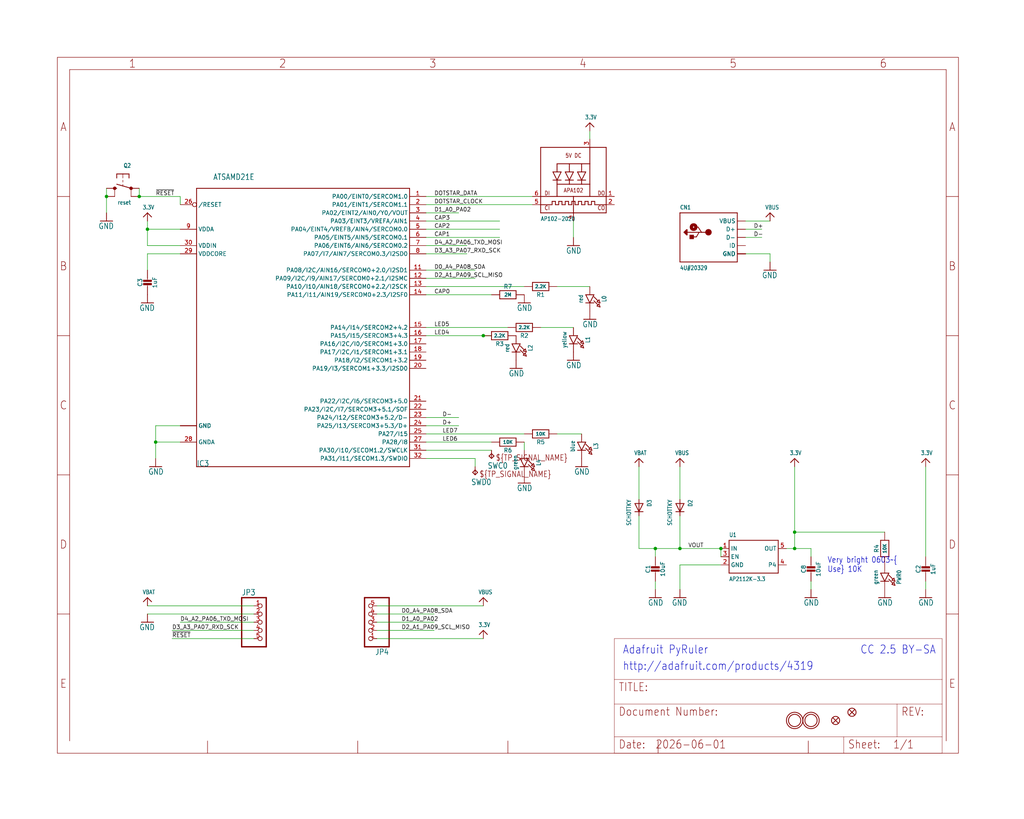
<source format=kicad_sch>
(kicad_sch (version 20230121) (generator eeschema)
  (paper "User" 317.5 254.127)
  (lib_symbols
    (symbol "working-eagle-import:3.3V" (power)
      (property "Value" "3.3V" (at -1.524 1.016 0))
      (symbol "3.3V_1_0"
        (polyline (pts (xy -1.27 -1.27) (xy 0 0)) (stroke (width 0.254)))
        (polyline (pts (xy 0 0) (xy 1.27 -1.27)) (stroke (width 0.254)))
        (pin power_in line (at 0 -2.54 90) (length 2.54) (name "3.3V") (number "1"))
      )
    )
    (symbol "working-eagle-import:APA1022020"
      (symbol "APA1022020_1_0"
        (polyline (pts (xy -10.16 -10.16) (xy 0 -10.16)) (stroke (width 0.254)))
        (polyline (pts (xy -10.16 -7.62) (xy -10.16 -10.16)) (stroke (width 0.254)))
        (polyline (pts (xy -10.16 -7.62) (xy -6.604 -7.62)) (stroke (width 0.254)))
        (polyline (pts (xy -10.16 -5.08) (xy -10.16 -7.62)) (stroke (width 0.254)))
        (polyline (pts (xy -10.16 10.16) (xy -10.16 -5.08)) (stroke (width 0.254)))
        (polyline (pts (xy -6.604 -7.62) (xy -6.604 -6.604)) (stroke (width 0.254)))
        (polyline (pts (xy -6.604 -6.604) (xy -5.588 -6.604)) (stroke (width 0.254)))
        (polyline (pts (xy -6.35 0) (xy -5.08 0)) (stroke (width 0.254)))
        (polyline (pts (xy -6.35 2.54) (xy -5.08 2.54)) (stroke (width 0.254)))
        (polyline (pts (xy -5.588 -7.62) (xy -4.572 -7.62)) (stroke (width 0.254)))
        (polyline (pts (xy -5.588 -6.604) (xy -5.588 -7.62)) (stroke (width 0.254)))
        (polyline (pts (xy -5.08 -5.08) (xy -10.16 -5.08)) (stroke (width 0.254)))
        (polyline (pts (xy -5.08 -5.08) (xy 0 -5.08)) (stroke (width 0.254)))
        (polyline (pts (xy -5.08 -1.27) (xy -5.08 -5.08)) (stroke (width 0.254)))
        (polyline (pts (xy -5.08 0) (xy -6.35 2.54)) (stroke (width 0.254)))
        (polyline (pts (xy -5.08 0) (xy -5.08 -1.27)) (stroke (width 0.254)))
        (polyline (pts (xy -5.08 0) (xy -3.81 2.54)) (stroke (width 0.254)))
        (polyline (pts (xy -5.08 2.54) (xy -3.81 2.54)) (stroke (width 0.254)))
        (polyline (pts (xy -5.08 5.08) (xy -5.08 2.54)) (stroke (width 0.254)))
        (polyline (pts (xy -4.572 -7.62) (xy -4.572 -6.604)) (stroke (width 0.254)))
        (polyline (pts (xy -4.572 -6.604) (xy -3.556 -6.604)) (stroke (width 0.254)))
        (polyline (pts (xy -3.81 0) (xy -5.08 0)) (stroke (width 0.254)))
        (polyline (pts (xy -3.556 -7.62) (xy -2.54 -7.62)) (stroke (width 0.254)))
        (polyline (pts (xy -3.556 -6.604) (xy -3.556 -7.62)) (stroke (width 0.254)))
        (polyline (pts (xy -2.54 -7.62) (xy -2.54 -6.604)) (stroke (width 0.254)))
        (polyline (pts (xy -2.54 -6.604) (xy -1.524 -6.604)) (stroke (width 0.254)))
        (polyline (pts (xy -2.54 0) (xy -1.27 0)) (stroke (width 0.254)))
        (polyline (pts (xy -2.54 2.54) (xy 0 2.54)) (stroke (width 0.254)))
        (polyline (pts (xy -1.524 -7.62) (xy -0.508 -7.62)) (stroke (width 0.254)))
        (polyline (pts (xy -1.524 -6.604) (xy -1.524 -7.62)) (stroke (width 0.254)))
        (polyline (pts (xy -1.27 -1.27) (xy -5.08 -1.27)) (stroke (width 0.254)))
        (polyline (pts (xy -1.27 0) (xy -2.54 2.54)) (stroke (width 0.254)))
        (polyline (pts (xy -1.27 0) (xy -1.27 -1.27)) (stroke (width 0.254)))
        (polyline (pts (xy -1.27 0) (xy 0 0)) (stroke (width 0.254)))
        (polyline (pts (xy -1.27 2.54) (xy -1.27 5.08)) (stroke (width 0.254)))
        (polyline (pts (xy -1.27 5.08) (xy -5.08 5.08)) (stroke (width 0.254)))
        (polyline (pts (xy -0.508 -7.62) (xy -0.508 -6.604)) (stroke (width 0.254)))
        (polyline (pts (xy -0.508 -6.604) (xy 0.508 -6.604)) (stroke (width 0.254)))
        (polyline (pts (xy 0 -10.16) (xy 10.16 -10.16)) (stroke (width 0.254)))
        (polyline (pts (xy 0 -5.08) (xy 0 -10.16)) (stroke (width 0.254)))
        (polyline (pts (xy 0 -5.08) (xy 5.08 -5.08)) (stroke (width 0.254)))
        (polyline (pts (xy 0 2.54) (xy -1.27 0)) (stroke (width 0.254)))
        (polyline (pts (xy 0.508 -7.62) (xy 1.524 -7.62)) (stroke (width 0.254)))
        (polyline (pts (xy 0.508 -6.604) (xy 0.508 -7.62)) (stroke (width 0.254)))
        (polyline (pts (xy 1.27 2.54) (xy 2.54 0)) (stroke (width 0.254)))
        (polyline (pts (xy 1.27 2.54) (xy 2.54 2.54)) (stroke (width 0.254)))
        (polyline (pts (xy 1.524 -7.62) (xy 1.524 -6.604)) (stroke (width 0.254)))
        (polyline (pts (xy 1.524 -6.604) (xy 2.54 -6.604)) (stroke (width 0.254)))
        (polyline (pts (xy 2.54 -7.62) (xy 3.556 -7.62)) (stroke (width 0.254)))
        (polyline (pts (xy 2.54 -6.604) (xy 2.54 -7.62)) (stroke (width 0.254)))
        (polyline (pts (xy 2.54 -1.27) (xy -1.27 -1.27)) (stroke (width 0.254)))
        (polyline (pts (xy 2.54 0) (xy 1.27 0)) (stroke (width 0.254)))
        (polyline (pts (xy 2.54 0) (xy 2.54 -1.27)) (stroke (width 0.254)))
        (polyline (pts (xy 2.54 0) (xy 3.81 0)) (stroke (width 0.254)))
        (polyline (pts (xy 2.54 0) (xy 3.81 2.54)) (stroke (width 0.254)))
        (polyline (pts (xy 2.54 2.54) (xy 2.54 5.08)) (stroke (width 0.254)))
        (polyline (pts (xy 2.54 5.08) (xy -1.27 5.08)) (stroke (width 0.254)))
        (polyline (pts (xy 2.54 5.08) (xy 5.08 5.08)) (stroke (width 0.254)))
        (polyline (pts (xy 3.556 -7.62) (xy 3.556 -6.604)) (stroke (width 0.254)))
        (polyline (pts (xy 3.556 -6.604) (xy 4.572 -6.604)) (stroke (width 0.254)))
        (polyline (pts (xy 3.81 2.54) (xy 2.54 2.54)) (stroke (width 0.254)))
        (polyline (pts (xy 4.572 -7.62) (xy 5.588 -7.62)) (stroke (width 0.254)))
        (polyline (pts (xy 4.572 -6.604) (xy 4.572 -7.62)) (stroke (width 0.254)))
        (polyline (pts (xy 5.08 -5.08) (xy 5.08 -1.27)) (stroke (width 0.254)))
        (polyline (pts (xy 5.08 -5.08) (xy 10.16 -5.08)) (stroke (width 0.254)))
        (polyline (pts (xy 5.08 -1.27) (xy 2.54 -1.27)) (stroke (width 0.254)))
        (polyline (pts (xy 5.08 5.08) (xy 5.08 -1.27)) (stroke (width 0.254)))
        (polyline (pts (xy 5.08 10.16) (xy -10.16 10.16)) (stroke (width 0.254)))
        (polyline (pts (xy 5.08 10.16) (xy 5.08 5.08)) (stroke (width 0.254)))
        (polyline (pts (xy 5.588 -7.62) (xy 5.588 -6.604)) (stroke (width 0.254)))
        (polyline (pts (xy 5.588 -6.604) (xy 6.604 -6.604)) (stroke (width 0.254)))
        (polyline (pts (xy 6.604 -7.62) (xy 10.16 -7.62)) (stroke (width 0.254)))
        (polyline (pts (xy 6.604 -6.604) (xy 6.604 -7.62)) (stroke (width 0.254)))
        (polyline (pts (xy 10.16 -10.16) (xy 10.16 -7.62)) (stroke (width 0.254)))
        (polyline (pts (xy 10.16 -7.62) (xy 10.16 -5.08)) (stroke (width 0.254)))
        (polyline (pts (xy 10.16 -5.08) (xy 10.16 10.16)) (stroke (width 0.254)))
        (polyline (pts (xy 10.16 10.16) (xy 5.08 10.16)) (stroke (width 0.254)))
        (text "5V DC" (at 0 7.62 0) (effects (font (size 1.27 1.0795))))
        (text "APA102" (at 0 -3.175 0) (effects (font (size 1.27 1.0795))))
        (text "CI" (at -8.128 -8.636 0) (effects (font (size 1.27 1.0795))))
        (text "CO" (at 8.636 -8.636 0) (effects (font (size 1.27 1.0795))))
        (text "DI" (at -8.128 -4.064 0) (effects (font (size 1.27 1.0795))))
        (text "DO" (at 8.636 -4.064 0) (effects (font (size 1.27 1.0795))))
        (pin output line (at 12.7 -5.08 180) (length 2.54) (name "DO") (number "1"))
        (pin output line (at 12.7 -7.62 180) (length 2.54) (name "CKO") (number "2"))
        (pin power_in line (at 5.08 12.7 270) (length 2.54) (name "VDD") (number "3"))
        (pin power_in line (at 0 -12.7 90) (length 2.54) (name "GND") (number "4"))
        (pin input line (at -12.7 -7.62 0) (length 2.54) (name "CKI") (number "5"))
        (pin input line (at -12.7 -5.08 0) (length 2.54) (name "DI") (number "6"))
      )
    )
    (symbol "working-eagle-import:ATSAMD21E"
      (property "Reference" "IC" (at -35.56 -43.18 0))
      (symbol "ATSAMD21E_1_0"
        (polyline (pts (xy -35.56 -43.18) (xy -35.56 43.18)) (stroke (width 0.254)))
        (polyline (pts (xy -35.56 43.18) (xy 30.48 43.18)) (stroke (width 0.254)))
        (polyline (pts (xy 30.48 -43.18) (xy -35.56 -43.18)) (stroke (width 0.254)))
        (polyline (pts (xy 30.48 43.18) (xy 30.48 -43.18)) (stroke (width 0.254)))
        (pin bidirectional line (at 35.56 40.64 180) (length 5.08) (name "PA00/EINT0/SERCOM1.0") (number "1"))
        (pin power_in line (at -40.64 -30.48 0) (length 5.08) (name "GND") (number "10"))
        (pin bidirectional line (at 35.56 17.78 180) (length 5.08) (name "PA08/I2C/AIN16/SERCOM0+2.0/I2SD1") (number "11"))
        (pin bidirectional line (at 35.56 15.24 180) (length 5.08) (name "PA09/I2C/I9/AIN17/SERCOM0+2.1/I2SMC") (number "12"))
        (pin bidirectional line (at 35.56 12.7 180) (length 5.08) (name "PA10/I10/AIN18/SERCOM0+2.2/I2SCK") (number "13"))
        (pin bidirectional line (at 35.56 10.16 180) (length 5.08) (name "PA11/I11/AIN19/SERCOM0+2.3/I2SF0") (number "14"))
        (pin bidirectional line (at 35.56 0 180) (length 5.08) (name "PA14/I14/SERCOM2+4.2") (number "15"))
        (pin bidirectional line (at 35.56 -2.54 180) (length 5.08) (name "PA15/I15/SERCOM3+4.3") (number "16"))
        (pin bidirectional line (at 35.56 -5.08 180) (length 5.08) (name "PA16/I2C/I0/SERCOM1+3.0") (number "17"))
        (pin bidirectional line (at 35.56 -7.62 180) (length 5.08) (name "PA17/I2C/I1/SERCOM1+3.1") (number "18"))
        (pin bidirectional line (at 35.56 -10.16 180) (length 5.08) (name "PA18/I2/SERCOM1+3.2") (number "19"))
        (pin bidirectional line (at 35.56 38.1 180) (length 5.08) (name "PA01/EINT1/SERCOM1.1") (number "2"))
        (pin bidirectional line (at 35.56 -12.7 180) (length 5.08) (name "PA19/I3/SERCOM1+3.3/I2SD0") (number "20"))
        (pin bidirectional line (at 35.56 -22.86 180) (length 5.08) (name "PA22/I2C/I6/SERCOM3+5.0") (number "21"))
        (pin bidirectional line (at 35.56 -25.4 180) (length 5.08) (name "PA23/I2C/I7/SERCOM3+5.1/SOF") (number "22"))
        (pin bidirectional line (at 35.56 -27.94 180) (length 5.08) (name "PA24/I12/SERCOM3+5.2/D-") (number "23"))
        (pin bidirectional line (at 35.56 -30.48 180) (length 5.08) (name "PA25/I13/SERCOM3+5.3/D+") (number "24"))
        (pin bidirectional line (at 35.56 -33.02 180) (length 5.08) (name "PA27/I15") (number "25"))
        (pin bidirectional inverted (at -40.64 38.1 0) (length 5.08) (name "/RESET") (number "26"))
        (pin bidirectional line (at 35.56 -35.56 180) (length 5.08) (name "PA28/I8") (number "27"))
        (pin power_in line (at -40.64 -35.56 0) (length 5.08) (name "GNDA") (number "28"))
        (pin power_in line (at -40.64 22.86 0) (length 5.08) (name "VDDCORE") (number "29"))
        (pin bidirectional line (at 35.56 35.56 180) (length 5.08) (name "PA02/EINT2/AIN0/Y0/VOUT") (number "3"))
        (pin power_in line (at -40.64 25.4 0) (length 5.08) (name "VDDIN") (number "30"))
        (pin bidirectional line (at 35.56 -38.1 180) (length 5.08) (name "PA30/I10/SECOM1.2/SWCLK") (number "31"))
        (pin bidirectional line (at 35.56 -40.64 180) (length 5.08) (name "PA31/I11/SECOM1.3/SWDIO") (number "32"))
        (pin power_in line (at -40.64 -30.48 0) (length 5.08) (name "GND") (number "33"))
        (pin bidirectional line (at 35.56 33.02 180) (length 5.08) (name "PA03/EINT3/VREFA/AIN1") (number "4"))
        (pin bidirectional line (at 35.56 30.48 180) (length 5.08) (name "PA04/EINT4/VREFB/AIN4/SERCOM0.0") (number "5"))
        (pin bidirectional line (at 35.56 27.94 180) (length 5.08) (name "PA05/EINT5/AIN5/SERCOM0.1") (number "6"))
        (pin bidirectional line (at 35.56 25.4 180) (length 5.08) (name "PA06/EINT6/AIN6/SERCOM0.2") (number "7"))
        (pin bidirectional line (at 35.56 22.86 180) (length 5.08) (name "PA07/I7/AIN7/SERCOM0.3/I2SD0") (number "8"))
        (pin power_in line (at -40.64 30.48 0) (length 5.08) (name "VDDA") (number "9"))
      )
    )
    (symbol "working-eagle-import:CAP_CERAMIC0603_NO"
      (property "Reference" "C" (at -2.29 1.25 90))
      (symbol "CAP_CERAMIC0603_NO_1_0"
        (rectangle (start -1.27 0.508) (end 1.27 1.016) (fill (type outline)))
        (rectangle (start -1.27 1.524) (end 1.27 2.032) (fill (type outline)))
        (polyline (pts (xy 0 0.762) (xy 0 0)) (stroke (width 0.1524)))
        (polyline (pts (xy 0 2.54) (xy 0 1.778)) (stroke (width 0.1524)))
        (pin passive line (at 0 5.08 270) (length 2.54) (name "1") (number "1"))
        (pin passive line (at 0 -2.54 90) (length 2.54) (name "2") (number "2"))
      )
    )
    (symbol "working-eagle-import:CAP_CERAMIC0805-NOOUTLINE"
      (property "Reference" "C" (at -2.29 1.25 90))
      (symbol "CAP_CERAMIC0805-NOOUTLINE_1_0"
        (rectangle (start -1.27 0.508) (end 1.27 1.016) (fill (type outline)))
        (rectangle (start -1.27 1.524) (end 1.27 2.032) (fill (type outline)))
        (polyline (pts (xy 0 0.762) (xy 0 0)) (stroke (width 0.1524)))
        (polyline (pts (xy 0 2.54) (xy 0 1.778)) (stroke (width 0.1524)))
        (pin passive line (at 0 5.08 270) (length 2.54) (name "1") (number "1"))
        (pin passive line (at 0 -2.54 90) (length 2.54) (name "2") (number "2"))
      )
    )
    (symbol "working-eagle-import:DIODE_SOD-123FL"
      (property "Reference" "D" (at -2.54 2.54 0))
      (symbol "DIODE_SOD-123FL_1_0"
        (polyline (pts (xy -1.27 -1.27) (xy 1.27 0)) (stroke (width 0.254)))
        (polyline (pts (xy -1.27 1.27) (xy -1.27 -1.27)) (stroke (width 0.254)))
        (polyline (pts (xy 1.27 0) (xy -1.27 1.27)) (stroke (width 0.254)))
        (polyline (pts (xy 1.27 0) (xy 1.27 -1.27)) (stroke (width 0.254)))
        (polyline (pts (xy 1.27 1.27) (xy 1.27 0)) (stroke (width 0.254)))
        (pin passive line (at -2.54 0 0) (length 2.54) (name "A") (number "A"))
        (pin passive line (at 2.54 0 180) (length 2.54) (name "C") (number "C"))
      )
    )
    (symbol "working-eagle-import:FIDUCIAL_1MM"
      (symbol "FIDUCIAL_1MM_1_0"
        (polyline (pts (xy -0.762 0.762) (xy 0.762 -0.762)) (stroke (width 0.254)))
        (polyline (pts (xy 0.762 0.762) (xy -0.762 -0.762)) (stroke (width 0.254)))
        (circle (center 0 0) (radius 1.27) (stroke (width 0.254)))
      )
    )
    (symbol "working-eagle-import:FRAME_A_L"
      (symbol "FRAME_A_L_1_0"
        (polyline (pts (xy 0 43.18) (xy 3.81 43.18)))
        (polyline (pts (xy 0 86.36) (xy 3.81 86.36)))
        (polyline (pts (xy 0 129.54) (xy 3.81 129.54)))
        (polyline (pts (xy 0 172.72) (xy 3.81 172.72)))
        (polyline (pts (xy 3.81 3.81) (xy 3.81 212.09)))
        (polyline (pts (xy 46.5667 0) (xy 46.5667 3.81)))
        (polyline (pts (xy 93.1333 0) (xy 93.1333 3.81)))
        (polyline (pts (xy 139.7 0) (xy 139.7 3.81)))
        (polyline (pts (xy 186.2667 0) (xy 186.2667 3.81)))
        (polyline (pts (xy 232.8333 0) (xy 232.8333 3.81)))
        (polyline (pts (xy 275.59 3.81) (xy 275.59 212.09)))
        (polyline (pts (xy 275.59 43.18) (xy 279.4 43.18)))
        (polyline (pts (xy 275.59 86.36) (xy 279.4 86.36)))
        (polyline (pts (xy 275.59 129.54) (xy 279.4 129.54)))
        (polyline (pts (xy 275.59 172.72) (xy 279.4 172.72)))
        (polyline (pts (xy 275.59 212.09) (xy 3.81 212.09)))
        (polyline (pts (xy 0 0) (xy 279.4 0) (xy 279.4 215.9) (xy 0 215.9) (xy 0 0)))
        (text "1" (at 23.2833 213.995 0) (effects (font (size 2.54 2.286))))
        (text "2" (at 69.85 213.995 0) (effects (font (size 2.54 2.286))))
        (text "3" (at 116.4167 213.995 0) (effects (font (size 2.54 2.286))))
        (text "4" (at 162.9833 213.995 0) (effects (font (size 2.54 2.286))))
        (text "5" (at 209.55 213.995 0) (effects (font (size 2.54 2.286))))
        (text "6" (at 256.1167 213.995 0) (effects (font (size 2.54 2.286))))
        (text "A" (at 1.905 194.31 0) (effects (font (size 2.54 2.286))))
        (text "A" (at 277.495 194.31 0) (effects (font (size 2.54 2.286))))
        (text "B" (at 1.905 151.13 0) (effects (font (size 2.54 2.286))))
        (text "B" (at 277.495 151.13 0) (effects (font (size 2.54 2.286))))
        (text "C" (at 1.905 107.95 0) (effects (font (size 2.54 2.286))))
        (text "C" (at 277.495 107.95 0) (effects (font (size 2.54 2.286))))
        (text "D" (at 1.905 64.77 0) (effects (font (size 2.54 2.286))))
        (text "D" (at 277.495 64.77 0) (effects (font (size 2.54 2.286))))
        (text "E" (at 1.905 21.59 0) (effects (font (size 2.54 2.286))))
        (text "E" (at 277.495 21.59 0) (effects (font (size 2.54 2.286))))
      )
      (symbol "FRAME_A_L_2_0"
        (polyline (pts (xy 0 0) (xy 0 5.08)) (stroke (width 0.1016)))
        (polyline (pts (xy 0 0) (xy 71.12 0)) (stroke (width 0.1016)))
        (polyline (pts (xy 0 5.08) (xy 0 15.24)) (stroke (width 0.1016)))
        (polyline (pts (xy 0 5.08) (xy 71.12 5.08)) (stroke (width 0.1016)))
        (polyline (pts (xy 0 15.24) (xy 0 22.86)) (stroke (width 0.1016)))
        (polyline (pts (xy 0 22.86) (xy 0 35.56)) (stroke (width 0.1016)))
        (polyline (pts (xy 0 22.86) (xy 101.6 22.86)) (stroke (width 0.1016)))
        (polyline (pts (xy 71.12 0) (xy 101.6 0)) (stroke (width 0.1016)))
        (polyline (pts (xy 71.12 5.08) (xy 71.12 0)) (stroke (width 0.1016)))
        (polyline (pts (xy 71.12 5.08) (xy 87.63 5.08)) (stroke (width 0.1016)))
        (polyline (pts (xy 87.63 5.08) (xy 101.6 5.08)) (stroke (width 0.1016)))
        (polyline (pts (xy 87.63 15.24) (xy 0 15.24)) (stroke (width 0.1016)))
        (polyline (pts (xy 87.63 15.24) (xy 87.63 5.08)) (stroke (width 0.1016)))
        (polyline (pts (xy 101.6 5.08) (xy 101.6 0)) (stroke (width 0.1016)))
        (polyline (pts (xy 101.6 15.24) (xy 87.63 15.24)) (stroke (width 0.1016)))
        (polyline (pts (xy 101.6 15.24) (xy 101.6 5.08)) (stroke (width 0.1016)))
        (polyline (pts (xy 101.6 22.86) (xy 101.6 15.24)) (stroke (width 0.1016)))
        (polyline (pts (xy 101.6 35.56) (xy 0 35.56)) (stroke (width 0.1016)))
        (polyline (pts (xy 101.6 35.56) (xy 101.6 22.86)) (stroke (width 0.1016)))
        (text "${#}/${##}" (at 86.36 1.27 0) (effects (font (size 2.54 2.159)) (justify left bottom)))
        (text "${CURRENT_DATE}" (at 12.7 1.27 0) (effects (font (size 2.54 2.159)) (justify left bottom)))
        (text "${PROJECTNAME}" (at 17.78 19.05 0) (effects (font (size 2.54 2.159)) (justify left bottom)))
        (text "Date:" (at 1.27 1.27 0) (effects (font (size 2.54 2.159)) (justify left bottom)))
        (text "Document Number:" (at 1.27 11.43 0) (effects (font (size 2.54 2.159)) (justify left bottom)))
        (text "REV:" (at 88.9 11.43 0) (effects (font (size 2.54 2.159)) (justify left bottom)))
        (text "Sheet:" (at 72.39 1.27 0) (effects (font (size 2.54 2.159)) (justify left bottom)))
        (text "TITLE:" (at 1.27 19.05 0) (effects (font (size 2.54 2.159)) (justify left bottom)))
      )
    )
    (symbol "working-eagle-import:GND" (power)
      (property "Value" "GND" (at -2.54 -2.54 0))
      (symbol "GND_1_0"
        (polyline (pts (xy -1.905 0) (xy 1.905 0)) (stroke (width 0.254)))
        (pin power_in line (at 0 2.54 270) (length 2.54) (name "GND") (number "1"))
      )
    )
    (symbol "working-eagle-import:HEADER-1X570MIL"
      (property "Reference" "JP" (at -6.35 8.255 0))
      (symbol "HEADER-1X570MIL_1_0"
        (polyline (pts (xy -6.35 -7.62) (xy 1.27 -7.62)) (stroke (width 0.4064)))
        (polyline (pts (xy -6.35 7.62) (xy -6.35 -7.62)) (stroke (width 0.4064)))
        (polyline (pts (xy 1.27 -7.62) (xy 1.27 7.62)) (stroke (width 0.4064)))
        (polyline (pts (xy 1.27 7.62) (xy -6.35 7.62)) (stroke (width 0.4064)))
        (pin passive inverted (at -2.54 5.08 0) (length 2.54) (name "1") (number "1"))
        (pin passive inverted (at -2.54 2.54 0) (length 2.54) (name "2") (number "2"))
        (pin passive inverted (at -2.54 0 0) (length 2.54) (name "3") (number "3"))
        (pin passive inverted (at -2.54 -2.54 0) (length 2.54) (name "4") (number "4"))
        (pin passive inverted (at -2.54 -5.08 0) (length 2.54) (name "5") (number "5"))
      )
    )
    (symbol "working-eagle-import:LED0603_NOOUTLINE"
      (property "Reference" "D" (at -1.27 4.445 0))
      (symbol "LED0603_NOOUTLINE_1_0"
        (polyline (pts (xy -2.54 -1.27) (xy 0 0)) (stroke (width 0.254)))
        (polyline (pts (xy -2.54 1.27) (xy -2.54 -1.27)) (stroke (width 0.254)))
        (polyline (pts (xy -1.905 1.27) (xy -0.635 2.54)) (stroke (width 0.254)))
        (polyline (pts (xy -0.9525 2.8575) (xy -0.3175 2.2225)) (stroke (width 0.254)))
        (polyline (pts (xy -0.635 1.27) (xy 0.635 2.54)) (stroke (width 0.254)))
        (polyline (pts (xy -0.3175 2.2225) (xy 0 3.175)) (stroke (width 0.254)))
        (polyline (pts (xy 0 0) (xy -2.54 1.27)) (stroke (width 0.254)))
        (polyline (pts (xy 0 0) (xy 0 -1.27)) (stroke (width 0.254)))
        (polyline (pts (xy 0 1.27) (xy 0 0)) (stroke (width 0.254)))
        (polyline (pts (xy 0 3.175) (xy -0.9525 2.8575)) (stroke (width 0.254)))
        (polyline (pts (xy 0.3175 2.8575) (xy 0.9525 2.2225)) (stroke (width 0.254)))
        (polyline (pts (xy 0.9525 2.2225) (xy 1.27 3.175)) (stroke (width 0.254)))
        (polyline (pts (xy 1.27 3.175) (xy 0.3175 2.8575)) (stroke (width 0.254)))
        (pin passive line (at -5.08 0 0) (length 2.54) (name "A") (number "A"))
        (pin passive line (at 2.54 0 180) (length 2.54) (name "C") (number "C"))
      )
    )
    (symbol "working-eagle-import:MOUNTINGHOLE2.0"
      (symbol "MOUNTINGHOLE2.0_1_0"
        (circle (center 0 0) (radius 1.905) (stroke (width 0.254)))
        (circle (center 0 0) (radius 2.54) (stroke (width 0.254)))
      )
    )
    (symbol "working-eagle-import:RESISTOR_0603_NOOUT"
      (property "Reference" "R" (at 0 2.54 0))
      (symbol "RESISTOR_0603_NOOUT_1_0"
        (polyline (pts (xy -2.54 -1.27) (xy -2.54 1.27)) (stroke (width 0.254)))
        (polyline (pts (xy -2.54 1.27) (xy 2.54 1.27)) (stroke (width 0.254)))
        (polyline (pts (xy 2.54 -1.27) (xy -2.54 -1.27)) (stroke (width 0.254)))
        (polyline (pts (xy 2.54 1.27) (xy 2.54 -1.27)) (stroke (width 0.254)))
        (pin passive line (at -5.08 0 0) (length 2.54) (name "1") (number "1"))
        (pin passive line (at 5.08 0 180) (length 2.54) (name "2") (number "2"))
      )
    )
    (symbol "working-eagle-import:SWITCH_TACT_SMT4.6X2.8"
      (property "Reference" "SW" (at -2.54 6.35 0))
      (symbol "SWITCH_TACT_SMT4.6X2.8_1_0"
        (circle (center -2.54 0) (radius 0.127) (stroke (width 0.4064)))
        (polyline (pts (xy -2.54 -2.54) (xy -2.54 0)) (stroke (width 0.1524)))
        (polyline (pts (xy -2.54 0) (xy 1.905 1.27)) (stroke (width 0.254)))
        (polyline (pts (xy -1.905 4.445) (xy -1.905 3.175)) (stroke (width 0.254)))
        (polyline (pts (xy 0 1.27) (xy 0 0.635)) (stroke (width 0.1524)))
        (polyline (pts (xy 0 2.54) (xy 0 1.905)) (stroke (width 0.1524)))
        (polyline (pts (xy 0 4.445) (xy -1.905 4.445)) (stroke (width 0.254)))
        (polyline (pts (xy 0 4.445) (xy 0 3.175)) (stroke (width 0.1524)))
        (polyline (pts (xy 1.905 0) (xy 2.54 0)) (stroke (width 0.254)))
        (polyline (pts (xy 1.905 4.445) (xy 0 4.445)) (stroke (width 0.254)))
        (polyline (pts (xy 1.905 4.445) (xy 1.905 3.175)) (stroke (width 0.254)))
        (polyline (pts (xy 2.54 -2.54) (xy 2.54 0)) (stroke (width 0.1524)))
        (circle (center 2.54 0) (radius 0.127) (stroke (width 0.4064)))
        (pin passive line (at -5.08 0 0) (length 2.54) (name "P") (number "A"))
        (pin passive line (at -5.08 -2.54 0) (length 2.54) (name "P1") (number "A'"))
        (pin passive line (at 5.08 0 180) (length 2.54) (name "S") (number "B"))
        (pin passive line (at 5.08 -2.54 180) (length 2.54) (name "S1") (number "B'"))
      )
    )
    (symbol "working-eagle-import:TPB1,27"
      (property "Reference" "TP" (at -1.27 1.27 0))
      (symbol "TPB1,27_1_0"
        (polyline (pts (xy -0.762 -0.762) (xy 0 0)) (stroke (width 0.254)))
        (polyline (pts (xy 0 -1.524) (xy -0.762 -0.762)) (stroke (width 0.254)))
        (polyline (pts (xy 0 0) (xy 0.762 -0.762)) (stroke (width 0.254)))
        (polyline (pts (xy 0.762 -0.762) (xy 0 -1.524)) (stroke (width 0.254)))
        (text "${TP_SIGNAL_NAME}" (at 1.27 -1.27 0) (effects (font (size 1.778 1.5113)) (justify left bottom)))
        (pin input line (at 0 -2.54 90) (length 2.54) (name "TP") (number "TP"))
      )
    )
    (symbol "working-eagle-import:USB_MICRO_NARROW"
      (property "Reference" "X" (at -10.16 8.636 0))
      (symbol "USB_MICRO_NARROW_1_0"
        (rectangle (start -7.12 -0.45) (end -5.92 0.75) (fill (type outline)))
        (circle (center -5.92 3.2) (radius 0.2) (stroke (width 1)))
        (circle (center -1.32 1.6) (radius 0.5) (stroke (width 1)))
        (polyline (pts (xy -10.2 7.62) (xy -10.16 7.62)) (stroke (width 0.254)))
        (polyline (pts (xy -10.16 -7.62) (xy 7.62 -7.62)) (stroke (width 0.254)))
        (polyline (pts (xy -10.16 7.62) (xy -10.16 -7.62)) (stroke (width 0.254)))
        (polyline (pts (xy -10.16 7.62) (xy 7.62 7.62)) (stroke (width 0.254)))
        (polyline (pts (xy -8.92 1.6) (xy -8.12 2.4)) (stroke (width 0.254)))
        (polyline (pts (xy -8.52 1.4) (xy -8.32 1.2)) (stroke (width 0.254)))
        (polyline (pts (xy -8.52 1.6) (xy -8.52 1.4)) (stroke (width 0.254)))
        (polyline (pts (xy -8.32 1.2) (xy -8.32 2)) (stroke (width 0.254)))
        (polyline (pts (xy -8.32 2) (xy -8.72 1.6)) (stroke (width 0.254)))
        (polyline (pts (xy -8.12 0.8) (xy -8.92 1.6)) (stroke (width 0.254)))
        (polyline (pts (xy -8.12 1) (xy -8.12 2.4)) (stroke (width 0.254)))
        (polyline (pts (xy -8.12 2.4) (xy -7.92 2.4)) (stroke (width 0.254)))
        (polyline (pts (xy -7.92 0.8) (xy -8.12 0.8)) (stroke (width 0.254)))
        (polyline (pts (xy -7.92 1.6) (xy -7.92 0.8)) (stroke (width 0.254)))
        (polyline (pts (xy -7.92 2.4) (xy -7.92 1.6)) (stroke (width 0.254)))
        (polyline (pts (xy -6.27 0.15) (xy -5.07 0.15)) (stroke (width 0.254)))
        (polyline (pts (xy -5.52 3.2) (xy -4.52 3.2)) (stroke (width 0.254)))
        (polyline (pts (xy -5.07 0.15) (xy -4.22 1.6)) (stroke (width 0.254)))
        (polyline (pts (xy -4.52 3.2) (xy -3.47 1.6)) (stroke (width 0.254)))
        (polyline (pts (xy -4.22 1.6) (xy -7.92 1.6)) (stroke (width 0.254)))
        (polyline (pts (xy -3.47 1.6) (xy -4.22 1.6)) (stroke (width 0.254)))
        (polyline (pts (xy -1.32 1.6) (xy -3.47 1.6)) (stroke (width 0.254)))
        (polyline (pts (xy 7.62 7.62) (xy 7.62 -7.62)) (stroke (width 0.254)))
        (pin power_in line (at 10.16 -5.08 180) (length 2.54) (name "GND") (number "BASE@1"))
        (pin power_in line (at 10.16 -5.08 180) (length 2.54) (name "GND") (number "BASE@2"))
        (pin bidirectional line (at 10.16 2.54 180) (length 2.54) (name "D+") (number "D+"))
        (pin bidirectional line (at 10.16 0 180) (length 2.54) (name "D-") (number "D-"))
        (pin power_in line (at 10.16 -5.08 180) (length 2.54) (name "GND") (number "GND"))
        (pin bidirectional line (at 10.16 -2.54 180) (length 2.54) (name "ID") (number "ID"))
        (pin power_in line (at 10.16 -5.08 180) (length 2.54) (name "GND") (number "SPRT@1"))
        (pin power_in line (at 10.16 -5.08 180) (length 2.54) (name "GND") (number "SPRT@2"))
        (pin power_in line (at 10.16 -5.08 180) (length 2.54) (name "GND") (number "SPRT@3"))
        (pin power_in line (at 10.16 -5.08 180) (length 2.54) (name "GND") (number "SPRT@4"))
        (pin power_in line (at 10.16 5.08 180) (length 2.54) (name "VBUS") (number "VBUS"))
      )
    )
    (symbol "working-eagle-import:VBAT" (power)
      (property "Value" "VBAT" (at -1.524 1.016 0))
      (symbol "VBAT_1_0"
        (polyline (pts (xy -1.27 -1.27) (xy 0 0)) (stroke (width 0.254)))
        (polyline (pts (xy 0 0) (xy 1.27 -1.27)) (stroke (width 0.254)))
        (pin power_in line (at 0 -2.54 90) (length 2.54) (name "VBAT") (number "1"))
      )
    )
    (symbol "working-eagle-import:VBUS" (power)
      (property "Value" "VBUS" (at -1.524 1.016 0))
      (symbol "VBUS_1_0"
        (polyline (pts (xy -1.27 -1.27) (xy 0 0)) (stroke (width 0.254)))
        (polyline (pts (xy 0 0) (xy 1.27 -1.27)) (stroke (width 0.254)))
        (pin power_in line (at 0 -2.54 90) (length 2.54) (name "VBUS") (number "1"))
      )
    )
    (symbol "working-eagle-import:VREG_SOT23-5"
      (property "Reference" "U" (at -7.62 6.096 0))
      (symbol "VREG_SOT23-5_1_0"
        (polyline (pts (xy -7.62 -5.08) (xy -7.62 5.08)) (stroke (width 0.254)))
        (polyline (pts (xy -7.62 5.08) (xy 7.62 5.08)) (stroke (width 0.254)))
        (polyline (pts (xy 7.62 -5.08) (xy -7.62 -5.08)) (stroke (width 0.254)))
        (polyline (pts (xy 7.62 5.08) (xy 7.62 -5.08)) (stroke (width 0.254)))
        (pin power_in line (at -10.16 2.54 0) (length 2.54) (name "IN") (number "1"))
        (pin power_in line (at -10.16 -2.54 0) (length 2.54) (name "GND") (number "2"))
        (pin input line (at -10.16 0 0) (length 2.54) (name "EN") (number "3"))
        (pin bidirectional line (at 10.16 -2.54 180) (length 2.54) (name "P4") (number "4"))
        (pin power_in line (at 10.16 2.54 180) (length 2.54) (name "OUT") (number "5"))
      )
    )
  )
  (junction (at 33.02 60.96))
  (junction (at 223.52 170.18))
  (junction (at 45.72 71.12))
  (junction (at 43.18 60.96))
  (junction (at 246.38 170.18))
  (junction (at 203.2 170.18))
  (junction (at 149.86 104.14))
  (junction (at 48.26 137.16))
  (junction (at 210.82 170.18))
  (junction (at 246.38 165.1))
  (wire (pts (xy 149.86 198.12) (xy 116.84 198.12)) (stroke (width 0.1524)))
  (wire (pts (xy 55.88 60.96) (xy 55.88 63.5)) (stroke (width 0.1524)))
  (wire (pts (xy 78.74 195.58) (xy 53.34 195.58)) (stroke (width 0.1524)))
  (wire (pts (xy 238.76 68.58) (xy 231.14 68.58)) (stroke (width 0.1524)))
  (wire (pts (xy 167.64 101.6) (xy 177.8 101.6)) (stroke (width 0.1524)))
  (wire (pts (xy 147.32 86.36) (xy 132.08 86.36)) (stroke (width 0.1524)))
  (wire (pts (xy 132.08 66.04) (xy 142.24 66.04)) (stroke (width 0.1524)))
  (wire (pts (xy 144.78 76.2) (xy 132.08 76.2)) (stroke (width 0.1524)))
  (wire (pts (xy 55.88 76.2) (xy 45.72 76.2)) (stroke (width 0.1524)))
  (wire (pts (xy 45.72 71.12) (xy 45.72 68.58)) (stroke (width 0.1524)))
  (wire (pts (xy 246.38 165.1) (xy 274.32 165.1)) (stroke (width 0.1524)))
  (wire (pts (xy 132.08 68.58) (xy 154.94 68.58)) (stroke (width 0.1524)))
  (wire (pts (xy 55.88 78.74) (xy 45.72 78.74)) (stroke (width 0.1524)))
  (wire (pts (xy 132.08 142.24) (xy 147.32 142.24)) (stroke (width 0.1524)))
  (wire (pts (xy 55.88 132.08) (xy 48.26 132.08)) (stroke (width 0.1524)))
  (wire (pts (xy 43.18 60.96) (xy 55.88 60.96)) (stroke (width 0.1524)))
  (wire (pts (xy 203.2 172.72) (xy 203.2 170.18)) (stroke (width 0.1524)))
  (wire (pts (xy 132.08 71.12) (xy 154.94 71.12)) (stroke (width 0.1524)))
  (wire (pts (xy 231.14 71.12) (xy 236.22 71.12)) (stroke (width 0.1524)))
  (wire (pts (xy 134.62 195.58) (xy 116.84 195.58)) (stroke (width 0.1524)))
  (wire (pts (xy 246.38 170.18) (xy 251.46 170.18)) (stroke (width 0.1524)))
  (wire (pts (xy 147.32 142.24) (xy 147.32 144.78)) (stroke (width 0.1524)))
  (wire (pts (xy 287.02 144.78) (xy 287.02 172.72)) (stroke (width 0.1524)))
  (wire (pts (xy 142.24 132.08) (xy 132.08 132.08)) (stroke (width 0.1524)))
  (wire (pts (xy 210.82 175.26) (xy 210.82 182.88)) (stroke (width 0.1524)))
  (wire (pts (xy 132.08 101.6) (xy 157.48 101.6)) (stroke (width 0.1524)))
  (wire (pts (xy 33.02 66.04) (xy 33.02 60.96)) (stroke (width 0.1524)))
  (wire (pts (xy 116.84 187.96) (xy 149.86 187.96)) (stroke (width 0.1524)))
  (wire (pts (xy 238.76 78.74) (xy 238.76 81.28)) (stroke (width 0.1524)))
  (wire (pts (xy 78.74 187.96) (xy 45.72 187.96)) (stroke (width 0.1524)))
  (wire (pts (xy 203.2 182.88) (xy 203.2 180.34)) (stroke (width 0.1524)))
  (wire (pts (xy 210.82 160.02) (xy 210.82 170.18)) (stroke (width 0.1524)))
  (wire (pts (xy 43.18 60.96) (xy 43.18 58.42)) (stroke (width 0.1524)))
  (wire (pts (xy 198.12 144.78) (xy 198.12 154.94)) (stroke (width 0.1524)))
  (wire (pts (xy 172.72 134.62) (xy 180.34 134.62)) (stroke (width 0.1524)))
  (wire (pts (xy 134.62 193.04) (xy 116.84 193.04)) (stroke (width 0.1524)))
  (wire (pts (xy 149.86 104.14) (xy 152.4 104.14)) (stroke (width 0.1524)))
  (wire (pts (xy 246.38 170.18) (xy 243.84 170.18)) (stroke (width 0.1524)))
  (wire (pts (xy 132.08 88.9) (xy 162.56 88.9)) (stroke (width 0.1524)))
  (wire (pts (xy 246.38 144.78) (xy 246.38 165.1)) (stroke (width 0.1524)))
  (wire (pts (xy 198.12 170.18) (xy 198.12 160.02)) (stroke (width 0.1524)))
  (wire (pts (xy 132.08 104.14) (xy 149.86 104.14)) (stroke (width 0.1524)))
  (wire (pts (xy 246.38 170.18) (xy 246.38 165.1)) (stroke (width 0.1524)))
  (wire (pts (xy 223.52 172.72) (xy 223.52 170.18)) (stroke (width 0.1524)))
  (wire (pts (xy 172.72 88.9) (xy 182.88 88.9)) (stroke (width 0.1524)))
  (wire (pts (xy 132.08 73.66) (xy 154.94 73.66)) (stroke (width 0.1524)))
  (wire (pts (xy 231.14 73.66) (xy 236.22 73.66)) (stroke (width 0.1524)))
  (wire (pts (xy 251.46 170.18) (xy 251.46 172.72)) (stroke (width 0.1524)))
  (wire (pts (xy 177.8 68.58) (xy 177.8 73.66)) (stroke (width 0.1524)))
  (wire (pts (xy 210.82 154.94) (xy 210.82 144.78)) (stroke (width 0.1524)))
  (wire (pts (xy 223.52 175.26) (xy 210.82 175.26)) (stroke (width 0.1524)))
  (wire (pts (xy 33.02 58.42) (xy 33.02 60.96)) (stroke (width 0.1524)))
  (wire (pts (xy 132.08 134.62) (xy 162.56 134.62)) (stroke (width 0.1524)))
  (wire (pts (xy 78.74 193.04) (xy 55.88 193.04)) (stroke (width 0.1524)))
  (wire (pts (xy 78.74 190.5) (xy 45.72 190.5)) (stroke (width 0.1524)))
  (wire (pts (xy 162.56 137.16) (xy 162.56 139.7)) (stroke (width 0.1524)))
  (wire (pts (xy 116.84 190.5) (xy 134.62 190.5)) (stroke (width 0.1524)))
  (wire (pts (xy 45.72 78.74) (xy 45.72 83.82)) (stroke (width 0.1524)))
  (wire (pts (xy 231.14 78.74) (xy 238.76 78.74)) (stroke (width 0.1524)))
  (wire (pts (xy 55.88 71.12) (xy 45.72 71.12)) (stroke (width 0.1524)))
  (wire (pts (xy 48.26 137.16) (xy 48.26 142.24)) (stroke (width 0.1524)))
  (wire (pts (xy 132.08 129.54) (xy 142.24 129.54)) (stroke (width 0.1524)))
  (wire (pts (xy 210.82 170.18) (xy 203.2 170.18)) (stroke (width 0.1524)))
  (wire (pts (xy 203.2 170.18) (xy 198.12 170.18)) (stroke (width 0.1524)))
  (wire (pts (xy 210.82 170.18) (xy 223.52 170.18)) (stroke (width 0.1524)))
  (wire (pts (xy 78.74 198.12) (xy 53.34 198.12)) (stroke (width 0.1524)))
  (wire (pts (xy 132.08 137.16) (xy 152.4 137.16)) (stroke (width 0.1524)))
  (wire (pts (xy 55.88 137.16) (xy 48.26 137.16)) (stroke (width 0.1524)))
  (wire (pts (xy 251.46 182.88) (xy 251.46 180.34)) (stroke (width 0.1524)))
  (wire (pts (xy 132.08 139.7) (xy 152.4 139.7)) (stroke (width 0.1524)))
  (wire (pts (xy 132.08 63.5) (xy 165.1 63.5)) (stroke (width 0.1524)))
  (wire (pts (xy 132.08 83.82) (xy 147.32 83.82)) (stroke (width 0.1524)))
  (wire (pts (xy 182.88 43.18) (xy 182.88 40.64)) (stroke (width 0.1524)))
  (wire (pts (xy 132.08 78.74) (xy 144.78 78.74)) (stroke (width 0.1524)))
  (wire (pts (xy 48.26 132.08) (xy 48.26 137.16)) (stroke (width 0.1524)))
  (wire (pts (xy 132.08 91.44) (xy 152.4 91.44)) (stroke (width 0.1524)))
  (wire (pts (xy 132.08 60.96) (xy 165.1 60.96)) (stroke (width 0.1524)))
  (wire (pts (xy 287.02 182.88) (xy 287.02 180.34)) (stroke (width 0.1524)))
  (wire (pts (xy 45.72 76.2) (xy 45.72 71.12)) (stroke (width 0.1524)))
  (text "Adafruit PyRuler" (at 193.04 203.2 0) (effects (font (size 2.54 2.159)) (justify left bottom)))
  (text "http://adafruit.com/products/4319" (at 193.04 208.28 0) (effects (font (size 2.54 2.159)) (justify left bottom)))
  (text "Very bright 0603~{\nUse} 10K" (at 256.54 177.8 0) (effects (font (size 1.778 1.5113)) (justify left bottom)))
  (text "CC 2.5 BY-SA" (at 266.7 203.2 0) (effects (font (size 2.54 2.159)) (justify left bottom)))
  (label "D1_A0_PA02" (at 134.62 66.04 0) (effects (font (size 1.2446 1.2446))))
  (label "D0_A4_PA08_SDA" (at 124.46 190.5 0) (effects (font (size 1.2446 1.2446))))
  (label "LED5" (at 134.62 101.6 0) (effects (font (size 1.2446 1.2446))))
  (label "DOTSTAR_DATA" (at 134.62 60.96 0) (effects (font (size 1.2446 1.2446))))
  (label "LED6" (at 137.16 137.16 0) (effects (font (size 1.2446 1.2446))))
  (label "D4_A2_PA06_TXD_MOSI" (at 55.88 193.04 0) (effects (font (size 1.2446 1.2446))))
  (label "D4_A2_PA06_TXD_MOSI" (at 134.62 76.2 0) (effects (font (size 1.2446 1.2446))))
  (label "D2_A1_PA09_SCL_MISO" (at 134.62 86.36 0) (effects (font (size 1.2446 1.2446))))
  (label "D1_A0_PA02" (at 124.46 193.04 0) (effects (font (size 1.2446 1.2446))))
  (label "DOTSTAR_CLOCK" (at 134.62 63.5 0) (effects (font (size 1.2446 1.2446))))
  (label "CAP3" (at 134.62 68.58 0) (effects (font (size 1.2446 1.2446))))
  (label "LED7" (at 137.16 134.62 0) (effects (font (size 1.2446 1.2446))))
  (label "D0_A4_PA08_SDA" (at 134.62 83.82 0) (effects (font (size 1.2446 1.2446))))
  (label "~{RESET}" (at 48.26 60.96 0) (effects (font (size 1.2446 1.2446))))
  (label "CAP0" (at 134.62 91.44 0) (effects (font (size 1.2446 1.2446))))
  (label "~{RESET}" (at 53.34 198.12 0) (effects (font (size 1.2446 1.2446))))
  (label "D-" (at 137.16 129.54 0) (effects (font (size 1.2446 1.2446))))
  (label "D2_A1_PA09_SCL_MISO" (at 124.46 195.58 0) (effects (font (size 1.2446 1.2446))))
  (label "D3_A3_PA07_RXD_SCK" (at 134.62 78.74 0) (effects (font (size 1.2446 1.2446))))
  (label "LED4" (at 134.62 104.14 0) (effects (font (size 1.2446 1.2446))))
  (label "D3_A3_PA07_RXD_SCK" (at 53.34 195.58 0) (effects (font (size 1.2446 1.2446))))
  (label "VOUT" (at 213.36 170.18 0) (effects (font (size 1.2446 1.2446))))
  (label "CAP2" (at 134.62 71.12 0) (effects (font (size 1.2446 1.2446))))
  (label "D+" (at 233.68 71.12 0) (effects (font (size 1.2446 1.2446))))
  (label "D+" (at 137.16 132.08 0) (effects (font (size 1.2446 1.2446))))
  (label "D-" (at 233.68 73.66 0) (effects (font (size 1.2446 1.2446))))
  (label "CAP1" (at 134.62 73.66 0) (effects (font (size 1.2446 1.2446))))
  (symbol (lib_id "working-eagle-import:RESISTOR_0603_NOOUT") (at 167.64 88.9 180) (unit 1)
    (property "Reference" "R1" (at 167.64 91.44 0))
    (property "Value" "2.2K" (at 167.64 88.9 0) (effects (font (size 1.016 1.016) bold)))
    (property "Footprint" "working:0603-NO" (effects hide))
  )
  (symbol (lib_id "working-eagle-import:HEADER-1X570MIL") (at 81.28 193.04 0) (unit 1)
    (property "Reference" "JP3" (at 74.93 184.785 0) (effects (font (size 1.778 1.5113)) (justify left bottom)))
    (property "Value" "HEADER-1X570MIL" (effects hide))
    (property "Footprint" "working:1X05_ROUND_70" (effects hide))
  )
  (symbol (lib_id "working-eagle-import:RESISTOR_0603_NOOUT") (at 274.32 170.18 90) (unit 1)
    (property "Reference" "R4" (at 271.78 170.18 0))
    (property "Value" "10K" (at 274.32 170.18 0) (effects (font (size 1.016 1.016) bold)))
    (property "Footprint" "working:0603-NO" (effects hide))
  )
  (symbol (lib_id "working-eagle-import:GND") (at 177.8 76.2 0) (mirror y) (unit 1)
    (property "Reference" "#GND19" (effects hide))
    (property "Value" "GND" (at 180.34 78.74 0) (effects (font (size 1.778 1.5113)) (justify left bottom)))
  )
  (symbol (lib_id "working-eagle-import:ATSAMD21E") (at 96.52 101.6 0) (unit 1)
    (property "Reference" "IC3" (at 60.96 144.78 0) (effects (font (size 1.778 1.5113)) (justify left bottom)))
    (property "Value" "ATSAMD21E" (at 66.04 55.88 0) (effects (font (size 1.778 1.5113)) (justify left bottom)))
    (property "Footprint" "working:QFN32_5MM" (effects hide))
  )
  (symbol (lib_id "working-eagle-import:FIDUCIAL_1MM") (at 259.08 223.52 0) (unit 1)
    (property "Reference" "U$6" (effects hide))
    (property "Value" "FIDUCIAL_1MM" (effects hide))
    (property "Footprint" "working:FIDUCIAL_1MM" (effects hide))
  )
  (symbol (lib_id "working-eagle-import:VBUS") (at 210.82 142.24 0) (unit 1)
    (property "Reference" "#U$3" (effects hide))
    (property "Value" "VBUS" (at 209.296 141.224 0) (effects (font (size 1.27 1.0795)) (justify left bottom)))
  )
  (symbol (lib_id "working-eagle-import:GND") (at 251.46 185.42 0) (mirror y) (unit 1)
    (property "Reference" "#GND12" (effects hide))
    (property "Value" "GND" (at 254 187.96 0) (effects (font (size 1.778 1.5113)) (justify left bottom)))
  )
  (symbol (lib_id "working-eagle-import:GND") (at 162.56 93.98 0) (mirror y) (unit 1)
    (property "Reference" "#GND15" (effects hide))
    (property "Value" "GND" (at 165.1 96.52 0) (effects (font (size 1.778 1.5113)) (justify left bottom)))
  )
  (symbol (lib_id "working-eagle-import:RESISTOR_0603_NOOUT") (at 157.48 91.44 0) (unit 1)
    (property "Reference" "R7" (at 157.48 88.9 0))
    (property "Value" "2M" (at 157.48 91.44 0) (effects (font (size 1.016 1.016) bold)))
    (property "Footprint" "working:0603-NO" (effects hide))
  )
  (symbol (lib_id "working-eagle-import:LED0603_NOOUTLINE") (at 180.34 139.7 270) (unit 1)
    (property "Reference" "L3" (at 184.785 138.43 0) (effects (font (size 1.27 1.0795))))
    (property "Value" "blue" (at 177.546 138.43 0) (effects (font (size 1.27 1.0795))))
    (property "Footprint" "working:CHIPLED_0603_NOOUTLINE" (effects hide))
  )
  (symbol (lib_id "working-eagle-import:GND") (at 203.2 185.42 0) (mirror y) (unit 1)
    (property "Reference" "#GND3" (effects hide))
    (property "Value" "GND" (at 205.74 187.96 0) (effects (font (size 1.778 1.5113)) (justify left bottom)))
  )
  (symbol (lib_id "working-eagle-import:GND") (at 210.82 185.42 0) (unit 1)
    (property "Reference" "#GND11" (effects hide))
    (property "Value" "GND" (at 208.28 187.96 0) (effects (font (size 1.778 1.5113)) (justify left bottom)))
  )
  (symbol (lib_id "working-eagle-import:RESISTOR_0603_NOOUT") (at 157.48 137.16 180) (unit 1)
    (property "Reference" "R6" (at 157.48 139.7 0))
    (property "Value" "10K" (at 157.48 137.16 0) (effects (font (size 1.016 1.016) bold)))
    (property "Footprint" "working:0603-NO" (effects hide))
  )
  (symbol (lib_id "working-eagle-import:GND") (at 162.56 149.86 0) (mirror y) (unit 1)
    (property "Reference" "#GND13" (effects hide))
    (property "Value" "GND" (at 165.1 152.4 0) (effects (font (size 1.778 1.5113)) (justify left bottom)))
  )
  (symbol (lib_id "working-eagle-import:FRAME_A_L") (at 190.5 233.68 0) (unit 2)
    (property "Reference" "#FRAME1" (effects hide))
    (property "Value" "FRAME_A_L" (effects hide))
  )
  (symbol (lib_id "working-eagle-import:FIDUCIAL_1MM") (at 264.16 220.98 0) (unit 1)
    (property "Reference" "U$1" (effects hide))
    (property "Value" "FIDUCIAL_1MM" (effects hide))
    (property "Footprint" "working:FIDUCIAL_1MM" (effects hide))
  )
  (symbol (lib_id "working-eagle-import:TPB1,27") (at 147.32 147.32 0) (mirror x) (unit 1)
    (property "Reference" "SWD0" (at 146.05 148.59 0) (effects (font (size 1.778 1.5113)) (justify left bottom)))
    (property "Value" "TPB1,27" (effects hide))
    (property "Footprint" "working:B1,27" (effects hide))
  )
  (symbol (lib_id "working-eagle-import:VBUS") (at 238.76 66.04 0) (unit 1)
    (property "Reference" "#U$5" (effects hide))
    (property "Value" "VBUS" (at 237.236 65.024 0) (effects (font (size 1.27 1.0795)) (justify left bottom)))
  )
  (symbol (lib_id "working-eagle-import:LED0603_NOOUTLINE") (at 274.32 180.34 270) (unit 1)
    (property "Reference" "PWR0" (at 278.765 179.07 0) (effects (font (size 1.27 1.0795))))
    (property "Value" "green" (at 271.526 179.07 0) (effects (font (size 1.27 1.0795))))
    (property "Footprint" "working:CHIPLED_0603_NOOUTLINE" (effects hide))
  )
  (symbol (lib_id "working-eagle-import:GND") (at 238.76 83.82 0) (unit 1)
    (property "Reference" "#GND1" (effects hide))
    (property "Value" "GND" (at 236.22 86.36 0) (effects (font (size 1.778 1.5113)) (justify left bottom)))
  )
  (symbol (lib_id "working-eagle-import:LED0603_NOOUTLINE") (at 160.02 109.22 270) (unit 1)
    (property "Reference" "L2" (at 164.465 107.95 0) (effects (font (size 1.27 1.0795))))
    (property "Value" "red" (at 157.226 107.95 0) (effects (font (size 1.27 1.0795))))
    (property "Footprint" "working:CHIPLED_0603_NOOUTLINE" (effects hide))
  )
  (symbol (lib_id "working-eagle-import:GND") (at 33.02 68.58 0) (unit 1)
    (property "Reference" "#GND14" (effects hide))
    (property "Value" "GND" (at 30.48 71.12 0) (effects (font (size 1.778 1.5113)) (justify left bottom)))
  )
  (symbol (lib_id "working-eagle-import:CAP_CERAMIC0805-NOOUTLINE") (at 251.46 177.8 0) (unit 1)
    (property "Reference" "C8" (at 249.17 176.55 90))
    (property "Value" "10uF" (at 253.76 176.55 90))
    (property "Footprint" "working:0805-NO" (effects hide))
  )
  (symbol (lib_id "working-eagle-import:VBUS") (at 149.86 185.42 0) (unit 1)
    (property "Reference" "#U$11" (effects hide))
    (property "Value" "VBUS" (at 148.336 184.404 0) (effects (font (size 1.27 1.0795)) (justify left bottom)))
  )
  (symbol (lib_id "working-eagle-import:CAP_CERAMIC0603_NO") (at 45.72 88.9 0) (unit 1)
    (property "Reference" "C3" (at 43.43 87.65 90))
    (property "Value" "1uF" (at 48.02 87.65 90))
    (property "Footprint" "working:0603-NO" (effects hide))
  )
  (symbol (lib_id "working-eagle-import:GND") (at 160.02 114.3 0) (mirror y) (unit 1)
    (property "Reference" "#GND9" (effects hide))
    (property "Value" "GND" (at 162.56 116.84 0) (effects (font (size 1.778 1.5113)) (justify left bottom)))
  )
  (symbol (lib_id "working-eagle-import:GND") (at 177.8 111.76 0) (mirror y) (unit 1)
    (property "Reference" "#GND8" (effects hide))
    (property "Value" "GND" (at 180.34 114.3 0) (effects (font (size 1.778 1.5113)) (justify left bottom)))
  )
  (symbol (lib_id "working-eagle-import:GND") (at 45.72 193.04 0) (unit 1)
    (property "Reference" "#GND2" (effects hide))
    (property "Value" "GND" (at 43.18 195.58 0) (effects (font (size 1.778 1.5113)) (justify left bottom)))
  )
  (symbol (lib_id "working-eagle-import:FRAME_A_L") (at 17.78 233.68 0) (unit 1)
    (property "Reference" "#FRAME1" (effects hide))
    (property "Value" "FRAME_A_L" (effects hide))
  )
  (symbol (lib_id "working-eagle-import:CAP_CERAMIC0805-NOOUTLINE") (at 203.2 177.8 0) (unit 1)
    (property "Reference" "C1" (at 200.91 176.55 90))
    (property "Value" "10uF" (at 205.5 176.55 90))
    (property "Footprint" "working:0805-NO" (effects hide))
  )
  (symbol (lib_id "working-eagle-import:GND") (at 45.72 93.98 0) (unit 1)
    (property "Reference" "#GND7" (effects hide))
    (property "Value" "GND" (at 43.18 96.52 0) (effects (font (size 1.778 1.5113)) (justify left bottom)))
  )
  (symbol (lib_id "working-eagle-import:VBAT") (at 198.12 142.24 0) (unit 1)
    (property "Reference" "#U$4" (effects hide))
    (property "Value" "VBAT" (at 196.596 141.224 0) (effects (font (size 1.27 1.0795)) (justify left bottom)))
  )
  (symbol (lib_id "working-eagle-import:3.3V") (at 182.88 38.1 0) (unit 1)
    (property "Reference" "#U$19" (effects hide))
    (property "Value" "3.3V" (at 181.356 37.084 0) (effects (font (size 1.27 1.0795)) (justify left bottom)))
  )
  (symbol (lib_id "working-eagle-import:DIODE_SOD-123FL") (at 210.82 157.48 270) (unit 1)
    (property "Reference" "D2" (at 213.36 154.94 0) (effects (font (size 1.27 1.0795)) (justify left bottom)))
    (property "Value" "SCHOTTKY" (at 207.01 154.94 0) (effects (font (size 1.27 1.0795)) (justify left bottom)))
    (property "Footprint" "working:SOD-123FL" (effects hide))
  )
  (symbol (lib_id "working-eagle-import:GND") (at 274.32 185.42 0) (mirror y) (unit 1)
    (property "Reference" "#GND6" (effects hide))
    (property "Value" "GND" (at 276.86 187.96 0) (effects (font (size 1.778 1.5113)) (justify left bottom)))
  )
  (symbol (lib_id "working-eagle-import:3.3V") (at 246.38 142.24 0) (unit 1)
    (property "Reference" "#U$16" (effects hide))
    (property "Value" "3.3V" (at 244.856 141.224 0) (effects (font (size 1.27 1.0795)) (justify left bottom)))
  )
  (symbol (lib_id "working-eagle-import:RESISTOR_0603_NOOUT") (at 154.94 104.14 180) (unit 1)
    (property "Reference" "R3" (at 154.94 106.68 0))
    (property "Value" "2.2K" (at 154.94 104.14 0) (effects (font (size 1.016 1.016) bold)))
    (property "Footprint" "working:0603-NO" (effects hide))
  )
  (symbol (lib_id "working-eagle-import:USB_MICRO_NARROW") (at 220.98 73.66 0) (unit 1)
    (property "Reference" "CN1" (at 210.82 65.024 0) (effects (font (size 1.27 1.0795)) (justify left bottom)))
    (property "Value" "4U#20329" (at 210.82 83.82 0) (effects (font (size 1.27 1.0795)) (justify left bottom)))
    (property "Footprint" "working:4UCONN_20329_NARROW" (effects hide))
  )
  (symbol (lib_id "working-eagle-import:RESISTOR_0603_NOOUT") (at 162.56 101.6 180) (unit 1)
    (property "Reference" "R2" (at 162.56 104.14 0))
    (property "Value" "2.2K" (at 162.56 101.6 0) (effects (font (size 1.016 1.016) bold)))
    (property "Footprint" "working:0603-NO" (effects hide))
  )
  (symbol (lib_id "working-eagle-import:3.3V") (at 287.02 142.24 0) (unit 1)
    (property "Reference" "#U$17" (effects hide))
    (property "Value" "3.3V" (at 285.496 141.224 0) (effects (font (size 1.27 1.0795)) (justify left bottom)))
  )
  (symbol (lib_id "working-eagle-import:RESISTOR_0603_NOOUT") (at 167.64 134.62 180) (unit 1)
    (property "Reference" "R5" (at 167.64 137.16 0))
    (property "Value" "10K" (at 167.64 134.62 0) (effects (font (size 1.016 1.016) bold)))
    (property "Footprint" "working:0603-NO" (effects hide))
  )
  (symbol (lib_id "working-eagle-import:LED0603_NOOUTLINE") (at 162.56 144.78 270) (unit 1)
    (property "Reference" "L4" (at 167.005 143.51 0) (effects (font (size 1.27 1.0795))))
    (property "Value" "green" (at 159.766 143.51 0) (effects (font (size 1.27 1.0795))))
    (property "Footprint" "working:CHIPLED_0603_NOOUTLINE" (effects hide))
  )
  (symbol (lib_id "working-eagle-import:MOUNTINGHOLE2.0") (at 251.46 223.52 0) (unit 1)
    (property "Reference" "U$8" (effects hide))
    (property "Value" "MOUNTINGHOLE2.0" (effects hide))
    (property "Footprint" "working:MOUNTINGHOLE_2.0_PLATED" (effects hide))
  )
  (symbol (lib_id "working-eagle-import:LED0603_NOOUTLINE") (at 182.88 93.98 270) (unit 1)
    (property "Reference" "L0" (at 187.325 92.71 0) (effects (font (size 1.27 1.0795))))
    (property "Value" "red" (at 180.086 92.71 0) (effects (font (size 1.27 1.0795))))
    (property "Footprint" "working:CHIPLED_0603_NOOUTLINE" (effects hide))
  )
  (symbol (lib_id "working-eagle-import:GND") (at 182.88 99.06 0) (mirror y) (unit 1)
    (property "Reference" "#GND4" (effects hide))
    (property "Value" "GND" (at 185.42 101.6 0) (effects (font (size 1.778 1.5113)) (justify left bottom)))
  )
  (symbol (lib_id "working-eagle-import:SWITCH_TACT_SMT4.6X2.8") (at 38.1 58.42 0) (mirror y) (unit 1)
    (property "Reference" "Q2" (at 40.64 52.07 0) (effects (font (size 1.27 1.0795)) (justify left bottom)))
    (property "Value" "reset" (at 40.64 63.5 0) (effects (font (size 1.27 1.0795)) (justify left bottom)))
    (property "Footprint" "working:BTN_KMR2_4.6X2.8" (effects hide))
  )
  (symbol (lib_id "working-eagle-import:MOUNTINGHOLE2.0") (at 246.38 223.52 0) (unit 1)
    (property "Reference" "U$9" (effects hide))
    (property "Value" "MOUNTINGHOLE2.0" (effects hide))
    (property "Footprint" "working:MOUNTINGHOLE_2.0_PLATED" (effects hide))
  )
  (symbol (lib_id "working-eagle-import:APA1022020") (at 177.8 55.88 0) (unit 1)
    (property "Reference" "LED1" (effects hide))
    (property "Value" "AP102-2020" (at 167.64 68.58 0) (effects (font (size 1.27 1.0795)) (justify left bottom)))
    (property "Footprint" "working:APA102_2020" (effects hide))
  )
  (symbol (lib_id "working-eagle-import:GND") (at 180.34 144.78 0) (mirror y) (unit 1)
    (property "Reference" "#GND10" (effects hide))
    (property "Value" "GND" (at 182.88 147.32 0) (effects (font (size 1.778 1.5113)) (justify left bottom)))
  )
  (symbol (lib_id "working-eagle-import:HEADER-1X570MIL") (at 114.3 193.04 180) (unit 1)
    (property "Reference" "JP4" (at 120.65 201.295 0) (effects (font (size 1.778 1.5113)) (justify left bottom)))
    (property "Value" "HEADER-1X570MIL" (effects hide))
    (property "Footprint" "working:1X05_ROUND_70" (effects hide))
  )
  (symbol (lib_id "working-eagle-import:TPB1,27") (at 152.4 142.24 0) (mirror x) (unit 1)
    (property "Reference" "SWC0" (at 151.13 143.51 0) (effects (font (size 1.778 1.5113)) (justify left bottom)))
    (property "Value" "TPB1,27" (effects hide))
    (property "Footprint" "working:B1,27" (effects hide))
  )
  (symbol (lib_id "working-eagle-import:GND") (at 48.26 144.78 0) (mirror y) (unit 1)
    (property "Reference" "#GND18" (effects hide))
    (property "Value" "GND" (at 50.8 147.32 0) (effects (font (size 1.778 1.5113)) (justify left bottom)))
  )
  (symbol (lib_id "working-eagle-import:LED0603_NOOUTLINE") (at 177.8 106.68 270) (unit 1)
    (property "Reference" "L1" (at 182.245 105.41 0) (effects (font (size 1.27 1.0795))))
    (property "Value" "yellow" (at 175.006 105.41 0) (effects (font (size 1.27 1.0795))))
    (property "Footprint" "working:CHIPLED_0603_NOOUTLINE" (effects hide))
  )
  (symbol (lib_id "working-eagle-import:3.3V") (at 45.72 66.04 0) (unit 1)
    (property "Reference" "#U$18" (effects hide))
    (property "Value" "3.3V" (at 44.196 65.024 0) (effects (font (size 1.27 1.0795)) (justify left bottom)))
  )
  (symbol (lib_id "working-eagle-import:VBAT") (at 45.72 185.42 0) (unit 1)
    (property "Reference" "#U$10" (effects hide))
    (property "Value" "VBAT" (at 44.196 184.404 0) (effects (font (size 1.27 1.0795)) (justify left bottom)))
  )
  (symbol (lib_id "working-eagle-import:DIODE_SOD-123FL") (at 198.12 157.48 270) (unit 1)
    (property "Reference" "D3" (at 200.66 154.94 0) (effects (font (size 1.27 1.0795)) (justify left bottom)))
    (property "Value" "SCHOTTKY" (at 194.31 154.94 0) (effects (font (size 1.27 1.0795)) (justify left bottom)))
    (property "Footprint" "working:SOD-123FL" (effects hide))
  )
  (symbol (lib_id "working-eagle-import:CAP_CERAMIC0603_NO") (at 287.02 177.8 0) (unit 1)
    (property "Reference" "C2" (at 284.73 176.55 90))
    (property "Value" "1uF" (at 289.32 176.55 90))
    (property "Footprint" "working:0603-NO" (effects hide))
  )
  (symbol (lib_id "working-eagle-import:GND") (at 287.02 185.42 0) (mirror y) (unit 1)
    (property "Reference" "#GND5" (effects hide))
    (property "Value" "GND" (at 289.56 187.96 0) (effects (font (size 1.778 1.5113)) (justify left bottom)))
  )
  (symbol (lib_id "working-eagle-import:3.3V") (at 149.86 195.58 0) (unit 1)
    (property "Reference" "#U$15" (effects hide))
    (property "Value" "3.3V" (at 148.336 194.564 0) (effects (font (size 1.27 1.0795)) (justify left bottom)))
  )
  (symbol (lib_id "working-eagle-import:VREG_SOT23-5") (at 233.68 172.72 0) (unit 1)
    (property "Reference" "U1" (at 226.06 166.624 0) (effects (font (size 1.27 1.0795)) (justify left bottom)))
    (property "Value" "AP2112K-3.3" (at 226.06 180.34 0) (effects (font (size 1.27 1.0795)) (justify left bottom)))
    (property "Footprint" "working:SOT23-5" (effects hide))
  )
)
</source>
